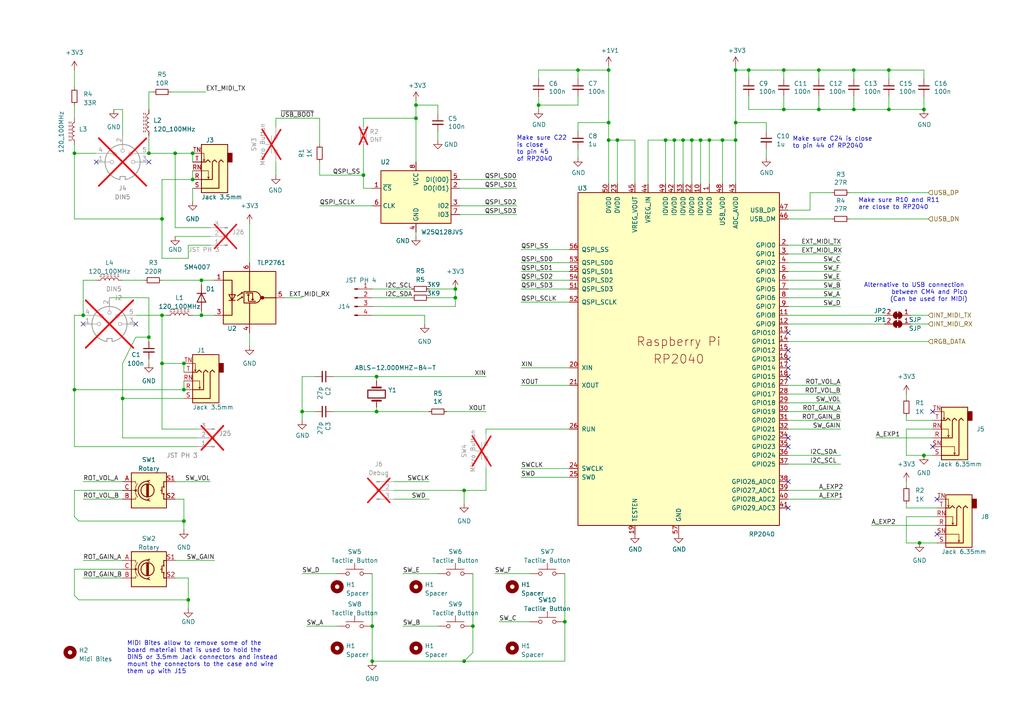
<source format=kicad_sch>
(kicad_sch (version 20230121) (generator eeschema)
  (paper "A4")
  (title_block (title "Open Pedalboard Mainboard") (date "2023-12-05") (rev "3.2.0-RC1") (company "https://github.com/pedalboard") (comment 1 "Source Code: https://github.com/pedalboard/pedalboard-hw") (comment 2 "License: CERN Open Hardware Licence Version 2 - Permissive") (comment 3 "Git commit hash: ${GIT_HASH}"))
  (junction (at 109.22 119.38))
  (junction (at 257.81 20.32))
  (junction (at 55.88 52.07))
  (junction (at 247.65 20.32))
  (junction (at 55.88 44.45))
  (junction (at 107.95 181.61))
  (junction (at 21.59 44.45))
  (junction (at 87.63 119.38))
  (junction (at 266.7 157.48))
  (junction (at 132.08 86.36))
  (junction (at 213.36 20.32))
  (junction (at 227.33 20.32))
  (junction (at 120.65 30.48))
  (junction (at 53.34 105.41))
  (junction (at 257.81 31.75))
  (junction (at 105.41 50.8))
  (junction (at 134.62 142.24))
  (junction (at 134.62 191.77))
  (junction (at 193.04 40.64))
  (junction (at 267.97 31.75))
  (junction (at 58.42 91.44))
  (junction (at 205.74 40.64))
  (junction (at 35.56 115.57))
  (junction (at 58.42 81.28))
  (junction (at 200.66 40.64))
  (junction (at 167.64 20.32))
  (junction (at 237.49 31.75))
  (junction (at 209.55 40.64))
  (junction (at 50.8 44.45))
  (junction (at 267.97 132.08))
  (junction (at 21.59 113.03))
  (junction (at 46.99 91.44))
  (junction (at 46.99 105.41))
  (junction (at 54.61 173.99))
  (junction (at 24.13 91.44))
  (junction (at 227.33 31.75))
  (junction (at 53.34 151.13))
  (junction (at 107.95 191.77))
  (junction (at 43.18 97.79))
  (junction (at 198.12 40.64))
  (junction (at 213.36 40.64))
  (junction (at 132.08 83.82))
  (junction (at 163.83 180.34))
  (junction (at 176.53 20.32))
  (junction (at 156.21 30.48))
  (junction (at 203.2 40.64))
  (junction (at 237.49 20.32))
  (junction (at 213.36 35.56))
  (junction (at 53.34 113.03))
  (junction (at 179.07 40.64))
  (junction (at 176.53 35.56))
  (junction (at 109.22 109.22))
  (junction (at 46.99 63.5))
  (junction (at 43.18 44.45))
  (junction (at 195.58 40.64))
  (junction (at 217.17 20.32))
  (junction (at 137.16 181.61))
  (junction (at 247.65 31.75))
  (junction (at 120.65 34.29))
  (junction (at 176.53 40.64))
  (no_connect (at 228.6 101.6))
  (no_connect (at 228.6 109.22))
  (no_connect (at 228.6 106.68))
  (no_connect (at 228.6 127))
  (no_connect (at 228.6 104.14))
  (no_connect (at 228.6 147.32))
  (no_connect (at 27.94 46.99))
  (no_connect (at 270.51 129.54))
  (no_connect (at 228.6 96.52))
  (no_connect (at 228.6 139.7))
  (no_connect (at 228.6 129.54))
  (no_connect (at 271.78 154.94))
  (no_connect (at 271.78 144.78))
  (no_connect (at 43.18 46.99))
  (no_connect (at 24.13 93.98))
  (no_connect (at 39.37 93.98))
  (no_connect (at 270.51 119.38))
  (wire (pts (xy 48.26 91.44) (xy 46.99 91.44)))
  (wire (pts (xy 35.56 127) (xy 35.56 115.57)))
  (wire (pts (xy 35.56 31.75) (xy 35.56 39.37)))
  (wire (pts (xy 156.21 27.94) (xy 156.21 30.48)))
  (wire (pts (xy 53.34 105.41) (xy 46.99 105.41)))
  (wire (pts (xy 257.81 31.75) (xy 267.97 31.75)))
  (wire (pts (xy 228.6 86.36) (xy 243.84 86.36)))
  (wire (pts (xy 107.95 83.82) (xy 119.38 83.82)))
  (wire (pts (xy 143.51 166.37) (xy 153.67 166.37)))
  (wire (pts (xy 53.34 144.78) (xy 53.34 151.13)))
  (wire (pts (xy 156.21 20.32) (xy 167.64 20.32)))
  (wire (pts (xy 227.33 31.75) (xy 237.49 31.75)))
  (wire (pts (xy 228.6 71.12) (xy 243.84 71.12)))
  (wire (pts (xy 114.3 139.7) (xy 124.46 139.7)))
  (wire (pts (xy 213.36 35.56) (xy 222.25 35.56)))
  (wire (pts (xy 167.64 35.56) (xy 176.53 35.56)))
  (wire (pts (xy 266.7 157.48) (xy 271.78 157.48)))
  (wire (pts (xy 105.41 54.61) (xy 107.95 54.61)))
  (wire (pts (xy 227.33 20.32) (xy 237.49 20.32)))
  (wire (pts (xy 57.15 129.54) (xy 21.59 129.54)))
  (wire (pts (xy 21.59 20.32) (xy 21.59 25.4)))
  (wire (pts (xy 105.41 41.91) (xy 105.41 50.8)))
  (wire (pts (xy 156.21 30.48) (xy 156.21 31.75)))
  (wire (pts (xy 262.89 139.7) (xy 262.89 140.97)))
  (wire (pts (xy 165.1 87.63) (xy 151.13 87.63)))
  (wire (pts (xy 120.65 67.31) (xy 120.65 68.58)))
  (wire (pts (xy 227.33 31.75) (xy 217.17 31.75)))
  (wire (pts (xy 133.35 52.07) (xy 149.86 52.07)))
  (wire (pts (xy 237.49 20.32) (xy 247.65 20.32)))
  (wire (pts (xy 46.99 124.46) (xy 46.99 105.41)))
  (wire (pts (xy 124.46 83.82) (xy 132.08 83.82)))
  (wire (pts (xy 257.81 27.94) (xy 257.81 31.75)))
  (wire (pts (xy 167.64 35.56) (xy 167.64 38.1)))
  (wire (pts (xy 228.6 132.08) (xy 243.84 132.08)))
  (wire (pts (xy 144.78 180.34) (xy 153.67 180.34)))
  (wire (pts (xy 107.95 91.44) (xy 123.19 91.44)))
  (wire (pts (xy 127 30.48) (xy 127 33.02)))
  (wire (pts (xy 137.16 181.61) (xy 137.16 189.23)))
  (wire (pts (xy 163.83 180.34) (xy 163.83 191.77)))
  (wire (pts (xy 228.6 93.98) (xy 256.54 93.98)))
  (wire (pts (xy 262.89 124.46) (xy 270.51 124.46)))
  (wire (pts (xy 228.6 88.9) (xy 243.84 88.9)))
  (wire (pts (xy 21.59 113.03) (xy 53.34 113.03)))
  (wire (pts (xy 82.55 86.36) (xy 87.63 86.36)))
  (wire (pts (xy 24.13 139.7) (xy 35.56 139.7)))
  (wire (pts (xy 167.64 20.32) (xy 167.64 22.86)))
  (wire (pts (xy 205.74 40.64) (xy 209.55 40.64)))
  (wire (pts (xy 21.59 30.48) (xy 21.59 34.29)))
  (wire (pts (xy 228.6 83.82) (xy 243.84 83.82)))
  (wire (pts (xy 55.88 91.44) (xy 58.42 91.44)))
  (wire (pts (xy 107.95 181.61) (xy 107.95 191.77)))
  (wire (pts (xy 21.59 91.44) (xy 21.59 113.03)))
  (wire (pts (xy 120.65 29.21) (xy 120.65 30.48)))
  (wire (pts (xy 58.42 81.28) (xy 58.42 82.55)))
  (wire (pts (xy 87.63 109.22) (xy 91.44 109.22)))
  (wire (pts (xy 257.81 20.32) (xy 257.81 22.86)))
  (wire (pts (xy 55.88 44.45) (xy 55.88 46.99)))
  (wire (pts (xy 184.15 53.34) (xy 184.15 40.64)))
  (wire (pts (xy 21.59 44.45) (xy 21.59 63.5)))
  (wire (pts (xy 35.56 105.41) (xy 35.56 115.57)))
  (wire (pts (xy 187.96 53.34) (xy 187.96 40.64)))
  (wire (pts (xy 262.89 121.92) (xy 270.51 121.92)))
  (wire (pts (xy 156.21 30.48) (xy 167.64 30.48)))
  (wire (pts (xy 133.35 62.23) (xy 149.86 62.23)))
  (wire (pts (xy 205.74 40.64) (xy 205.74 53.34)))
  (wire (pts (xy 209.55 53.34) (xy 209.55 40.64)))
  (wire (pts (xy 60.96 139.7) (xy 50.8 139.7)))
  (wire (pts (xy 262.89 132.08) (xy 267.97 132.08)))
  (wire (pts (xy 54.61 74.93) (xy 46.99 74.93)))
  (wire (pts (xy 179.07 40.64) (xy 176.53 40.64)))
  (wire (pts (xy 43.18 26.67) (xy 44.45 26.67)))
  (wire (pts (xy 21.59 172.72) (xy 22.86 173.99)))
  (wire (pts (xy 228.6 63.5) (xy 241.3 63.5)))
  (wire (pts (xy 262.89 147.32) (xy 271.78 147.32)))
  (wire (pts (xy 228.6 99.06) (xy 269.24 99.06)))
  (wire (pts (xy 156.21 20.32) (xy 156.21 22.86)))
  (wire (pts (xy 24.13 162.56) (xy 35.56 162.56)))
  (wire (pts (xy 21.59 63.5) (xy 46.99 63.5)))
  (wire (pts (xy 46.99 105.41) (xy 46.99 91.44)))
  (wire (pts (xy 134.62 142.24) (xy 140.97 142.24)))
  (wire (pts (xy 127 38.1) (xy 127 40.64)))
  (wire (pts (xy 60.96 71.12) (xy 54.61 71.12)))
  (wire (pts (xy 107.95 166.37) (xy 107.95 181.61)))
  (wire (pts (xy 60.96 66.04) (xy 50.8 66.04)))
  (wire (pts (xy 53.34 110.49) (xy 53.34 113.03)))
  (wire (pts (xy 217.17 20.32) (xy 227.33 20.32)))
  (wire (pts (xy 198.12 53.34) (xy 198.12 40.64)))
  (wire (pts (xy 92.71 34.29) (xy 92.71 41.91)))
  (wire (pts (xy 132.08 86.36) (xy 132.08 83.82)))
  (wire (pts (xy 134.62 191.77) (xy 163.83 191.77)))
  (wire (pts (xy 43.18 104.14) (xy 43.18 105.41)))
  (wire (pts (xy 195.58 53.34) (xy 195.58 40.64)))
  (wire (pts (xy 227.33 27.94) (xy 227.33 31.75)))
  (wire (pts (xy 203.2 40.64) (xy 205.74 40.64)))
  (wire (pts (xy 43.18 39.37) (xy 43.18 44.45)))
  (wire (pts (xy 133.35 54.61) (xy 149.86 54.61)))
  (wire (pts (xy 116.84 181.61) (xy 127 181.61)))
  (wire (pts (xy 176.53 19.05) (xy 176.53 20.32)))
  (wire (pts (xy 140.97 135.89) (xy 140.97 142.24)))
  (wire (pts (xy 49.53 26.67) (xy 59.69 26.67)))
  (wire (pts (xy 262.89 149.86) (xy 262.89 157.48)))
  (wire (pts (xy 228.6 124.46) (xy 243.84 124.46)))
  (wire (pts (xy 140.97 124.46) (xy 165.1 124.46)))
  (wire (pts (xy 247.65 20.32) (xy 257.81 20.32)))
  (wire (pts (xy 228.6 116.84) (xy 243.84 116.84)))
  (wire (pts (xy 50.8 44.45) (xy 50.8 66.04)))
  (wire (pts (xy 165.1 135.89) (xy 151.13 135.89)))
  (wire (pts (xy 57.15 127) (xy 35.56 127)))
  (wire (pts (xy 72.39 64.77) (xy 72.39 76.2)))
  (wire (pts (xy 228.6 121.92) (xy 243.84 121.92)))
  (wire (pts (xy 167.64 20.32) (xy 176.53 20.32)))
  (wire (pts (xy 80.01 34.29) (xy 92.71 34.29)))
  (wire (pts (xy 43.18 97.79) (xy 43.18 86.36)))
  (wire (pts (xy 96.52 119.38) (xy 109.22 119.38)))
  (wire (pts (xy 21.59 165.1) (xy 21.59 172.72)))
  (wire (pts (xy 21.59 165.1) (xy 35.56 165.1)))
  (wire (pts (xy 267.97 132.08) (xy 270.51 132.08)))
  (wire (pts (xy 96.52 109.22) (xy 109.22 109.22)))
  (wire (pts (xy 195.58 40.64) (xy 198.12 40.64)))
  (wire (pts (xy 129.54 119.38) (xy 140.97 119.38)))
  (wire (pts (xy 193.04 53.34) (xy 193.04 40.64)))
  (wire (pts (xy 109.22 119.38) (xy 124.46 119.38)))
  (wire (pts (xy 213.36 19.05) (xy 213.36 20.32)))
  (wire (pts (xy 267.97 20.32) (xy 267.97 22.86)))
  (wire (pts (xy 165.1 72.39) (xy 151.13 72.39)))
  (wire (pts (xy 21.59 44.45) (xy 27.94 44.45)))
  (wire (pts (xy 151.13 76.2) (xy 165.1 76.2)))
  (wire (pts (xy 167.64 27.94) (xy 167.64 30.48)))
  (wire (pts (xy 213.36 20.32) (xy 217.17 20.32)))
  (wire (pts (xy 228.6 114.3) (xy 243.84 114.3)))
  (wire (pts (xy 165.1 111.76) (xy 151.13 111.76)))
  (wire (pts (xy 257.81 20.32) (xy 267.97 20.32)))
  (wire (pts (xy 237.49 27.94) (xy 237.49 31.75)))
  (wire (pts (xy 109.22 110.49) (xy 109.22 109.22)))
  (wire (pts (xy 228.6 134.62) (xy 243.84 134.62)))
  (wire (pts (xy 228.6 81.28) (xy 243.84 81.28)))
  (wire (pts (xy 55.88 54.61) (xy 55.88 58.42)))
  (wire (pts (xy 151.13 78.74) (xy 165.1 78.74)))
  (wire (pts (xy 262.89 120.65) (xy 262.89 121.92)))
  (wire (pts (xy 217.17 27.94) (xy 217.17 31.75)))
  (wire (pts (xy 246.38 63.5) (xy 269.24 63.5)))
  (wire (pts (xy 116.84 166.37) (xy 127 166.37)))
  (wire (pts (xy 123.19 91.44) (xy 123.19 93.98)))
  (wire (pts (xy 228.6 76.2) (xy 243.84 76.2)))
  (wire (pts (xy 262.89 146.05) (xy 262.89 147.32)))
  (wire (pts (xy 21.59 142.24) (xy 35.56 142.24)))
  (wire (pts (xy 262.89 157.48) (xy 266.7 157.48)))
  (wire (pts (xy 50.8 68.58) (xy 60.96 68.58)))
  (wire (pts (xy 247.65 27.94) (xy 247.65 31.75)))
  (wire (pts (xy 24.13 167.64) (xy 35.56 167.64)))
  (wire (pts (xy 105.41 50.8) (xy 105.41 54.61)))
  (wire (pts (xy 24.13 81.28) (xy 24.13 91.44)))
  (wire (pts (xy 133.35 59.69) (xy 149.86 59.69)))
  (wire (pts (xy 105.41 34.29) (xy 120.65 34.29)))
  (wire (pts (xy 252.73 152.4) (xy 271.78 152.4)))
  (wire (pts (xy 120.65 30.48) (xy 120.65 34.29)))
  (wire (pts (xy 193.04 40.64) (xy 195.58 40.64)))
  (wire (pts (xy 55.88 49.53) (xy 55.88 52.07)))
  (wire (pts (xy 87.63 166.37) (xy 97.79 166.37)))
  (wire (pts (xy 21.59 142.24) (xy 21.59 149.86)))
  (wire (pts (xy 176.53 35.56) (xy 176.53 40.64)))
  (wire (pts (xy 114.3 144.78) (xy 124.46 144.78)))
  (wire (pts (xy 176.53 40.64) (xy 176.53 53.34)))
  (wire (pts (xy 109.22 109.22) (xy 140.97 109.22)))
  (wire (pts (xy 269.24 93.98) (xy 264.16 93.98)))
  (wire (pts (xy 46.99 74.93) (xy 46.99 63.5)))
  (wire (pts (xy 107.95 191.77) (xy 134.62 191.77)))
  (wire (pts (xy 54.61 167.64) (xy 54.61 173.99)))
  (wire (pts (xy 109.22 118.11) (xy 109.22 119.38)))
  (wire (pts (xy 105.41 34.29) (xy 105.41 36.83)))
  (wire (pts (xy 80.01 46.99) (xy 80.01 50.8)))
  (wire (pts (xy 234.95 55.88) (xy 241.3 55.88)))
  (wire (pts (xy 237.49 20.32) (xy 237.49 22.86)))
  (wire (pts (xy 228.6 60.96) (xy 234.95 60.96)))
  (wire (pts (xy 21.59 149.86) (xy 22.86 151.13)))
  (wire (pts (xy 53.34 153.67) (xy 53.34 151.13)))
  (wire (pts (xy 228.6 144.78) (xy 243.84 144.78)))
  (wire (pts (xy 167.64 43.18) (xy 167.64 45.72)))
  (wire (pts (xy 87.63 119.38) (xy 87.63 121.92)))
  (wire (pts (xy 54.61 71.12) (xy 54.61 74.93)))
  (wire (pts (xy 127 30.48) (xy 120.65 30.48)))
  (wire (pts (xy 21.59 41.91) (xy 21.59 44.45)))
  (wire (pts (xy 35.56 115.57) (xy 53.34 115.57)))
  (wire (pts (xy 57.15 124.46) (xy 46.99 124.46)))
  (wire (pts (xy 24.13 91.44) (xy 21.59 91.44)))
  (wire (pts (xy 46.99 63.5) (xy 46.99 52.07)))
  (wire (pts (xy 72.39 96.52) (xy 72.39 100.33)))
  (wire (pts (xy 228.6 73.66) (xy 243.84 73.66)))
  (wire (pts (xy 43.18 44.45) (xy 50.8 44.45)))
  (wire (pts (xy 267.97 27.94) (xy 267.97 31.75)))
  (wire (pts (xy 43.18 26.67) (xy 43.18 31.75)))
  (wire (pts (xy 62.23 162.56) (xy 50.8 162.56)))
  (wire (pts (xy 43.18 97.79) (xy 43.18 99.06)))
  (wire (pts (xy 228.6 78.74) (xy 243.84 78.74)))
  (wire (pts (xy 222.25 43.18) (xy 222.25 45.72)))
  (wire (pts (xy 43.18 86.36) (xy 31.75 86.36)))
  (wire (pts (xy 21.59 113.03) (xy 21.59 129.54)))
  (wire (pts (xy 217.17 20.32) (xy 217.17 22.86)))
  (wire (pts (xy 137.16 166.37) (xy 137.16 181.61)))
  (wire (pts (xy 58.42 90.17) (xy 58.42 91.44)))
  (wire (pts (xy 264.16 91.44) (xy 269.24 91.44)))
  (wire (pts (xy 54.61 176.53) (xy 54.61 173.99)))
  (wire (pts (xy 187.96 40.64) (xy 193.04 40.64)))
  (wire (pts (xy 213.36 35.56) (xy 213.36 40.64)))
  (wire (pts (xy 35.56 81.28) (xy 41.91 81.28)))
  (wire (pts (xy 254 127) (xy 270.51 127)))
  (wire (pts (xy 151.13 83.82) (xy 165.1 83.82)))
  (wire (pts (xy 262.89 132.08) (xy 262.89 124.46)))
  (wire (pts (xy 137.16 189.23) (xy 134.62 191.77)))
  (wire (pts (xy 46.99 52.07) (xy 55.88 52.07)))
  (wire (pts (xy 22.86 173.99) (xy 54.61 173.99)))
  (wire (pts (xy 234.95 55.88) (xy 234.95 60.96)))
  (wire (pts (xy 134.62 146.05) (xy 134.62 142.24)))
  (wire (pts (xy 262.89 149.86) (xy 271.78 149.86)))
  (wire (pts (xy 213.36 20.32) (xy 213.36 35.56)))
  (wire (pts (xy 24.13 144.78) (xy 35.56 144.78)))
  (wire (pts (xy 132.08 88.9) (xy 107.95 88.9)))
  (wire (pts (xy 114.3 142.24) (xy 134.62 142.24)))
  (wire (pts (xy 22.86 151.13) (xy 53.34 151.13)))
  (wire (pts (xy 179.07 53.34) (xy 179.07 40.64)))
  (wire (pts (xy 107.95 86.36) (xy 119.38 86.36)))
  (wire (pts (xy 132.08 86.36) (xy 132.08 88.9)))
  (wire (pts (xy 92.71 50.8) (xy 105.41 50.8)))
  (wire (pts (xy 184.15 40.64) (xy 179.07 40.64)))
  (wire (pts (xy 50.8 167.64) (xy 54.61 167.64)))
  (wire (pts (xy 92.71 50.8) (xy 92.71 46.99)))
  (wire (pts (xy 39.37 91.44) (xy 46.99 91.44)))
  (wire (pts (xy 87.63 119.38) (xy 91.44 119.38)))
  (wire (pts (xy 35.56 105.41) (xy 39.37 97.79)))
  (wire (pts (xy 53.34 105.41) (xy 53.34 107.95)))
  (wire (pts (xy 80.01 36.83) (xy 80.01 34.29)))
  (wire (pts (xy 35.56 31.75) (xy 33.02 31.75)))
  (wire (pts (xy 140.97 124.46) (xy 140.97 125.73)))
  (wire (pts (xy 151.13 81.28) (xy 165.1 81.28)))
  (wire (pts (xy 246.38 55.88) (xy 269.24 55.88)))
  (wire (pts (xy 228.6 91.44) (xy 256.54 91.44)))
  (wire (pts (xy 200.66 53.34) (xy 200.66 40.64)))
  (wire (pts (xy 88.9 181.61) (xy 97.79 181.61)))
  (wire (pts (xy 39.37 97.79) (xy 43.18 97.79)))
  (wire (pts (xy 120.65 34.29) (xy 120.65 46.99)))
  (wire (pts (xy 228.6 119.38) (xy 243.84 119.38)))
  (wire (pts (xy 237.49 31.75) (xy 247.65 31.75)))
  (wire (pts (xy 58.42 81.28) (xy 62.23 81.28)))
  (wire (pts (xy 151.13 106.68) (xy 165.1 106.68)))
  (wire (pts (xy 200.66 40.64) (xy 203.2 40.64)))
  (wire (pts (xy 203.2 53.34) (xy 203.2 40.64)))
  (wire (pts (xy 165.1 138.43) (xy 151.13 138.43)))
  (wire (pts (xy 176.53 20.32) (xy 176.53 35.56)))
  (wire (pts (xy 92.71 59.69) (xy 107.95 59.69)))
  (wire (pts (xy 222.25 35.56) (xy 222.25 38.1)))
  (wire (pts (xy 213.36 40.64) (xy 213.36 53.34)))
  (wire (pts (xy 124.46 86.36) (xy 132.08 86.36)))
  (wire (pts (xy 87.63 109.22) (xy 87.63 119.38)))
  (wire (pts (xy 46.99 81.28) (xy 58.42 81.28)))
  (wire (pts (xy 50.8 144.78) (xy 53.34 144.78)))
  (wire (pts (xy 247.65 31.75) (xy 257.81 31.75)))
  (wire (pts (xy 247.65 20.32) (xy 247.65 22.86)))
  (wire (pts (xy 209.55 40.64) (xy 213.36 40.64)))
  (wire (pts (xy 228.6 111.76) (xy 243.84 111.76)))
  (wire (pts (xy 50.8 44.45) (xy 55.88 44.45)))
  (wire (pts (xy 227.33 20.32) (xy 227.33 22.86)))
  (wire (pts (xy 228.6 142.24) (xy 243.84 142.24)))
  (wire (pts (xy 262.89 114.3) (xy 262.89 115.57)))
  (wire (pts (xy 163.83 166.37) (xy 163.83 180.34)))
  (wire (pts (xy 58.42 91.44) (xy 62.23 91.44)))
  (wire (pts (xy 198.12 40.64) (xy 200.66 40.64)))
  (wire (pts (xy 24.13 81.28) (xy 27.94 81.28)))
  (text "Make sure C24 is close \nto pin 44 of RP2040" (at 229.87 43.18 0) (effects (font (size 1.27 1.27)) (justify left bottom)))
  (text "Alternative to USB connection \nbetween CM4 and Pico\n(Can be used for MIDI)" (at 280.67 87.63 0) (effects (font (size 1.27 1.27)) (justify right bottom)))
  (text "Make sure C22 \nis close \nto pin 45 \nof RP2040" (at 149.86 46.99 0) (effects (font (size 1.27 1.27)) (justify left bottom)))
  (text "Make sure R10 and R11\nare close to RP2040" (at 248.92 60.96 0) (effects (font (size 1.27 1.27)) (justify left bottom)))
  (text "MIDI Bites allow to remove some of the \nboard material that is used to hold the\nDIN5 or 3.5mm Jack connectors and instead\nmount the connectors to the case and wire \nthem up with J15 " (at 36.83 195.58 0) (effects (font (size 1.27 1.27)) (justify left bottom)))
  (label "A_EXP2" (at 252.73 152.4 0))
  (label "I2C_SDA" (at 234.95 132.08 0))
  (label "EXT_MIDI_RX" (at 83.82 86.36 0))
  (label "SW_VOL" (at 243.84 116.84 180))
  (label "QSPI_SCLK" (at 92.71 59.69 0))
  (label "ROT_GAIN_A" (at 24.13 162.56 0))
  (label "SW_B" (at 116.84 181.61 0))
  (label "~{USB_BOOT}" (at 81.28 34.29 0))
  (label "SW_GAIN" (at 243.84 124.46 180))
  (label "SW_GAIN" (at 62.23 162.56 180))
  (label "I2C_SCL" (at 111.76 83.82 0))
  (label "ROT_VOL_A" (at 243.84 111.76 180))
  (label "SWCLK" (at 118.11 139.7 0))
  (label "ROT_VOL_B" (at 243.84 114.3 180))
  (label "QSPI_SS" (at 96.52 50.8 0))
  (label "A_EXP1" (at 237.49 144.78 0))
  (label "SW_F" (at 238.76 78.74 0))
  (label "SWD" (at 119.38 144.78 0))
  (label "SW_B" (at 238.76 83.82 0))
  (label "A_EXP2" (at 237.49 142.24 0))
  (label "SW_C" (at 238.76 76.2 0))
  (label "QSPI_SD2" (at 151.13 81.28 0))
  (label "ROT_VOL_A" (at 24.13 139.7 0))
  (label "ROT_GAIN_B" (at 24.13 167.64 0))
  (label "SW_E" (at 116.84 166.37 0))
  (label "QSPI_SD3" (at 151.13 83.82 0))
  (label "QSPI_SD1" (at 151.13 78.74 0))
  (label "SW_D" (at 87.63 166.37 0))
  (label "EXT_MIDI_TX" (at 59.69 26.67 0))
  (label "ROT_GAIN_B" (at 243.84 121.92 180))
  (label "QSPI_SS" (at 151.13 72.39 0))
  (label "QSPI_SD1" (at 149.86 54.61 180))
  (label "QSPI_SD0" (at 149.86 52.07 180))
  (label "SWCLK" (at 151.13 135.89 0))
  (label "SW_VOL" (at 60.96 139.7 180))
  (label "EXT_MIDI_TX" (at 232.41 71.12 0))
  (label "SW_A" (at 88.9 181.61 0))
  (label "EXT_MIDI_RX" (at 232.41 73.66 0))
  (label "SW_D" (at 238.76 88.9 0))
  (label "SWD" (at 151.13 138.43 0))
  (label "XIN" (at 140.97 109.22 180))
  (label "QSPI_SCLK" (at 151.13 87.63 0))
  (label "SW_F" (at 143.51 166.37 0))
  (label "ROT_VOL_B" (at 24.13 144.78 0))
  (label "QSPI_SD2" (at 149.86 59.69 180))
  (label "I2C_SDA" (at 111.76 86.36 0))
  (label "XOUT" (at 151.13 111.76 0))
  (label "ROT_GAIN_A" (at 243.84 119.38 180))
  (label "XIN" (at 151.13 106.68 0))
  (label "A_EXP1" (at 254 127 0))
  (label "SW_E" (at 238.76 81.28 0))
  (label "XOUT" (at 140.97 119.38 180))
  (label "I2C_SCL" (at 234.95 134.62 0))
  (label "QSPI_SD0" (at 151.13 76.2 0))
  (label "SW_A" (at 238.76 86.36 0))
  (label "SW_C" (at 144.78 180.34 0))
  (label "QSPI_SD3" (at 149.86 62.23 180))
  (hierarchical_label "INT_MIDI_RX" (shape input) (at 269.24 93.98 0))
  (hierarchical_label "INT_MIDI_TX" (shape input) (at 269.24 91.44 0))
  (hierarchical_label "USB_DN" (shape input) (at 269.24 63.5 0))
  (hierarchical_label "USB_DP" (shape input) (at 269.24 55.88 0))
  (hierarchical_label "RGB_DATA" (shape input) (at 269.24 99.06 0))
  (symbol (lib_id "Mechanical:MountingHole") (at 20.32 189.23 0) (unit 1) (in_bom no)
    (property "Reference" "H2" (at 22.86 188.595 0) (effects (justify left)))
    (property "Value" "Midi Bites" (at 22.86 191.135 0) (effects (justify left)))
    (property "Footprint" "Pedalboard Library:MIDI bites" (effects hide))
    (property "Sim.Enable" "0" (effects hide))
  )
  (symbol (lib_id "power:GND") (at 222.25 45.72 0) (unit 1)
    (property "Reference" "#PWR018" (effects hide))
    (property "Value" "GND" (at 222.377 50.1142 0))
    (instances (project "RP2040_minimal" (path "" (reference "#PWR018") (unit 1))) (project "pedalboard-hw" (path "" (reference "#PWR054") (unit 1))))
  )
  (symbol (lib_id "Connector_Audio:NMJ6HCD2") (at 276.86 152.4 180) (unit 1)
    (property "Reference" "J8" (at 284.48 149.86 0) (effects (justify right)))
    (property "Value" "Jack 6.35mm" (at 273.05 160.02 0) (effects (justify right)))
    (property "Footprint" "Pedalboard Library:Jack_6.35mm_Horizontal" (effects hide))
    (property "Datasheet" "https://www.schurter.com/en/datasheet/typ_4833.2320.pdf" (effects hide))
    (property "Supplier" "https://www.digikey.ch/de/products/detail/schurter-inc/4833-2320/2644235" (effects hide))
    (property "Notes" "EXP2" (effects hide))
  )
  (symbol (lib_id "Device:C_Small") (at 167.64 25.4 0) (unit 1)
    (property "Reference" "C7" (at 170.561 24.2316 0) (effects (justify left)))
    (property "Value" "100n" (at 170.561 26.543 0) (effects (justify left)))
    (property "Footprint" "Capacitor_SMD:C_0805_2012Metric" (effects hide))
    (property "Datasheet" "https://www.samsungsem.com/resources/file/global/support/product_catalog/MLCC.pdf" (effects hide))
    (property "Digikey" "1276-1180-1-ND" (effects hide))
    (property "Mouser" "581-08055C104K" (effects hide))
    (property "Notes" "10% 16V Ceramic Capacitor X7R" (effects hide))
    (property "Supplier" "https://www.digikey.ch/de/products/detail/samsung-electro-mechanics/CL21B104KBCNNNC/3886661" (effects hide))
    (instances (project "RP2040_minimal" (path "" (reference "C7") (unit 1))) (project "pedalboard-hw" (path "" (reference "C16") (unit 1))))
  )
  (symbol (lib_id "power:+3V3") (at 213.36 19.05 0) (unit 1)
    (property "Reference" "#PWR017" (effects hide))
    (property "Value" "+3V3" (at 213.741 14.6558 0))
    (instances (project "RP2040_minimal" (path "" (reference "#PWR017") (unit 1))) (project "pedalboard-hw" (path "" (reference "#PWR053") (unit 1))))
  )
  (symbol (lib_id "power:+3V3") (at 132.08 83.82 0) (unit 1)
    (property "Reference" "#PWR041" (effects hide))
    (property "Value" "+3V3" (at 132.08 78.74 0))
  )
  (symbol (lib_id "Device:C_Small") (at 217.17 25.4 0) (unit 1)
    (property "Reference" "C9" (at 220.091 24.2316 0) (effects (justify left)))
    (property "Value" "100n" (at 220.091 26.543 0) (effects (justify left)))
    (property "Footprint" "Capacitor_SMD:C_0805_2012Metric" (effects hide))
    (property "Datasheet" "https://www.samsungsem.com/resources/file/global/support/product_catalog/MLCC.pdf" (effects hide))
    (property "Digikey" "1276-1180-1-ND" (effects hide))
    (property "Mouser" "581-08055C104K" (effects hide))
    (property "Notes" "10% 16V Ceramic Capacitor X7R" (effects hide))
    (property "Supplier" "https://www.digikey.ch/de/products/detail/samsung-electro-mechanics/CL21B104KBCNNNC/3886661" (effects hide))
    (instances (project "RP2040_minimal" (path "" (reference "C9") (unit 1))) (project "pedalboard-hw" (path "" (reference "C19") (unit 1))))
  )
  (symbol (lib_id "Device:Crystal") (at 109.22 114.3 270) (unit 1)
    (property "Reference" "Y1" (at 112.5474 113.1316 90) (effects (justify left)))
    (property "Value" "ABLS-12.000MHZ-B4-T" (at 102.87 106.68 90) (effects (justify left)))
    (property "Footprint" "Pedalboard Library:Crystal_SMD_HC49-US" (effects hide))
    (property "Datasheet" "https://abracon.com/Resonators/ABLS.pdf" (effects hide))
    (property "Supplier" "https://www.digikey.ch/de/products/detail/abracon-llc/ABLS-12-000MHZ-B4-T/2184161" (effects hide))
  )
  (symbol (lib_id "Mechanical:MountingHole") (at 120.65 187.96 0) (unit 1)
    (property "Reference" "H1" (at 123.19 187.325 0) (effects (justify left)))
    (property "Value" "Spacer" (at 123.19 189.865 0) (effects (justify left)))
    (property "Footprint" "Pedalboard Library:WA-SMSI_M2.5" (effects hide))
    (property "Datasheet" "https://www.we-online.com/components/products/datasheet/9774027151R.pdf" (effects hide))
    (property "Supplier" "https://www.digikey.ch/de/products/detail/w%C3%BCrth-elektronik/9774027151R/5320625" (effects hide))
    (property "Notes" "MIDI In" (effects hide))
    (property "Sim.Enable" "0" (effects hide))
    (instances (project "pedalboard-hw" (path "" (reference "H1") (unit 1)) (path "" (reference "H12") (unit 1))))
  )
  (symbol (lib_id "Device:R_Small") (at 121.92 86.36 270) (unit 1)
    (property "Reference" "R5" (at 121.92 81.1022 90))
    (property "Value" "3K9" (at 125.73 85.09 90))
    (property "Footprint" "Resistor_SMD:R_0805_2012Metric" (effects hide))
    (property "Datasheet" "https://www.seielect.com/catalog/sei-rncp.pdf" (effects hide))
    (property "Supplier" "https://www.digikey.ch/de/products/detail/stackpole-electronics-inc/RMCF0805FT3K90/1760599" (effects hide))
    (instances (project "RP2040_minimal" (path "" (reference "R5") (unit 1))) (project "pedalboard-hw" (path "" (reference "R19") (unit 1))))
  )
  (symbol (lib_id "power:GND") (at 72.39 100.33 0) (unit 1)
    (property "Reference" "#PWR010" (effects hide))
    (property "Value" "GND" (at 72.39 105.41 0))
  )
  (symbol (lib_id "Device:L_Ferrite") (at 52.07 91.44 90) (unit 1)
    (property "Reference" "L1" (at 52.07 86.36 90))
    (property "Value" "120_100MHz" (at 52.07 88.9 90))
    (property "Footprint" "Inductor_SMD:L_0603_1608Metric" (effects hide))
    (property "Datasheet" "https://www.murata.com/products/productdata/8796738650142/ENFA0003.pdf" (effects hide))
    (property "Supplier" "https://www.digikey.ch/de/products/detail/murata-electronics/BLM18KG121TN1D/1982762" (effects hide))
  )
  (symbol (lib_id "power:+1V1") (at 176.53 19.05 0) (unit 1)
    (property "Reference" "#PWR014" (effects hide))
    (property "Value" "+1V1" (at 176.911 14.6558 0))
    (instances (project "RP2040_minimal" (path "" (reference "#PWR014") (unit 1))) (project "pedalboard-hw" (path "" (reference "#PWR050") (unit 1))))
  )
  (symbol (lib_id "power:GND") (at 267.97 31.75 0) (unit 1)
    (property "Reference" "#PWR023" (effects hide))
    (property "Value" "GND" (at 268.097 36.1442 0))
    (instances (project "RP2040_minimal" (path "" (reference "#PWR023") (unit 1))) (project "pedalboard-hw" (path "" (reference "#PWR055") (unit 1))))
  )
  (symbol (lib_id "power:+3V3") (at 262.89 139.7 0) (unit 1)
    (property "Reference" "#PWR09" (effects hide))
    (property "Value" "+3V3" (at 262.89 134.62 0))
  )
  (symbol (lib_id "power:GND") (at 127 40.64 0) (unit 1)
    (property "Reference" "#PWR011" (effects hide))
    (property "Value" "GND" (at 130.81 41.91 0))
    (instances (project "RP2040_minimal" (path "" (reference "#PWR011") (unit 1))) (project "pedalboard-hw" (path "" (reference "#PWR057") (unit 1))))
  )
  (symbol (lib_id "power:+3V3") (at 262.89 114.3 0) (unit 1)
    (property "Reference" "#PWR016" (effects hide))
    (property "Value" "+3V3" (at 262.89 109.22 0))
  )
  (symbol (lib_id "Switch:SW_Omron_B3FS") (at 102.87 181.61 0) (unit 1)
    (property "Reference" "SW8" (at 102.87 175.26 0))
    (property "Value" "Tactile Button" (at 102.87 177.8 0))
    (property "Footprint" "Pedalboard Library:SW_PUSH-12mm_Wuerth" (effects hide))
    (property "Datasheet" "https://www.we-online.com/components/products/datasheet/430172043816.pdf" (effects hide))
    (property "Supplier" "https://www.digikey.ch/de/products/detail/w%C3%BCrth-elektronik/430162043826/9950802" (effects hide))
    (property "Notes" "A" (effects hide))
  )
  (symbol (lib_id "power:GND") (at 33.02 31.75 0) (unit 1)
    (property "Reference" "#PWR012" (effects hide))
    (property "Value" "GND" (at 33.02 36.83 0))
  )
  (symbol (lib_id "Mechanical:MountingHole") (at 120.65 170.18 0) (unit 1)
    (property "Reference" "H1" (at 123.19 169.545 0) (effects (justify left)))
    (property "Value" "Spacer" (at 123.19 172.085 0) (effects (justify left)))
    (property "Footprint" "Pedalboard Library:WA-SMSI_M2.5" (effects hide))
    (property "Datasheet" "https://www.we-online.com/components/products/datasheet/9774027151R.pdf" (effects hide))
    (property "Supplier" "https://www.digikey.ch/de/products/detail/w%C3%BCrth-elektronik/9774027151R/5320625" (effects hide))
    (property "Notes" "MIDI In" (effects hide))
    (property "Sim.Enable" "0" (effects hide))
    (instances (project "pedalboard-hw" (path "" (reference "H1") (unit 1)) (path "" (reference "H9") (unit 1))))
  )
  (symbol (lib_id "Device:R_Small") (at 262.89 143.51 0) (unit 1)
    (property "Reference" "R2" (at 265.43 142.24 0) (effects (justify left)))
    (property "Value" "1K" (at 265.43 144.78 0) (effects (justify left)))
    (property "Footprint" "Resistor_SMD:R_0805_2012Metric" (effects hide))
    (property "Datasheet" "https://www.seielect.com/catalog/sei-rncp.pdf" (effects hide))
    (property "Supplier" "https://www.digikey.ch/de/products/detail/stackpole-electronics-inc/RNCP0805FTD1K00/2240229" (effects hide))
  )
  (symbol (lib_id "power:GND") (at 266.7 157.48 0) (unit 1)
    (property "Reference" "#PWR018" (effects hide))
    (property "Value" "GND" (at 266.7 162.56 0))
  )
  (symbol (lib_id "Switch:SW_Omron_B3FS") (at 132.08 181.61 0) (unit 1)
    (property "Reference" "SW9" (at 132.08 175.26 0))
    (property "Value" "Tactile Button" (at 132.08 177.8 0))
    (property "Footprint" "Pedalboard Library:SW_PUSH-12mm_Wuerth" (effects hide))
    (property "Datasheet" "https://www.we-online.com/components/products/datasheet/430172043816.pdf" (effects hide))
    (property "Supplier" "https://www.digikey.ch/de/products/detail/w%C3%BCrth-elektronik/430162043826/9950802" (effects hide))
    (property "Notes" "B" (effects hide))
  )
  (symbol (lib_id "Connector:Conn_01x03_Pin") (at 66.04 68.58 180) (unit 1) (dnp yes)
    (property "Reference" "J26" (at 67.31 67.31 0) (effects (justify right)))
    (property "Value" "JST PH 3" (at 54.61 72.39 0) (effects (justify right)))
    (property "Footprint" "Connector_JST:JST_PH_B3B-PH-K_1x03_P2.00mm_Vertical" (effects hide))
    (property "Datasheet" "https://www.jst-mfg.com/product/pdf/eng/ePH.pdf" (effects hide))
    (property "Supplier" "https://www.digikey.com/en/products/detail/jst-sales-america-inc/B3B-PH-K-S/926612" (effects hide))
  )
  (symbol (lib_id "Device:C_Small") (at 93.98 109.22 270) (unit 1)
    (property "Reference" "C2" (at 95.1484 112.141 0) (effects (justify left)))
    (property "Value" "27p" (at 92.837 112.141 0) (effects (justify left)))
    (property "Footprint" "Capacitor_SMD:C_0805_2012Metric" (effects hide))
    (property "Datasheet" "https://www.samsungsem.com/resources/file/global/support/product_catalog/MLCC.pdf" (effects hide))
    (property "Notes" "50V/5%" (effects hide))
    (property "Supplier" "https://www.digikey.ch/de/products/detail/samsung-electro-mechanics/CL21C270JCANNNC/3888280" (effects hide))
    (instances (project "RP2040_minimal" (path "" (reference "C2") (unit 1))) (project "pedalboard-hw" (path "" (reference "C22") (unit 1))))
  )
  (symbol (lib_id "Connector_Audio:AudioJack3_SwitchTR") (at 58.42 113.03 180) (unit 1)
    (property "Reference" "J1" (at 57.15 101.6 0) (effects (justify right)))
    (property "Value" "Jack 3.5mm" (at 55.88 118.11 0) (effects (justify right)))
    (property "Footprint" "Pedalboard Library:Jack_3.5mm_CUI_SJ1-3525N_Horizontal" (effects hide))
    (property "Datasheet" "https://www.cuidevices.com/product/resource/sj1-352xng.pdf" (effects hide))
    (property "Supplier" "https://www.digikey.ch/de/products/detail/cui-devices/SJ1-3525NG/738690" (effects hide))
    (property "Notes" "MIDI Out" (effects hide))
  )
  (symbol (lib_id "Switch:SW_Omron_B3FS") (at 102.87 166.37 0) (unit 1)
    (property "Reference" "SW5" (at 102.87 160.02 0))
    (property "Value" "Tactile Button" (at 102.87 162.56 0))
    (property "Footprint" "Pedalboard Library:SW_PUSH-12mm_Wuerth" (effects hide))
    (property "Datasheet" "https://www.we-online.com/components/products/datasheet/430172043816.pdf" (effects hide))
    (property "Supplier" "https://www.digikey.ch/de/products/detail/w%C3%BCrth-elektronik/430162043826/9950802" (effects hide))
    (property "Notes" "D" (effects hide))
  )
  (symbol (lib_id "Device:C_Small") (at 267.97 25.4 0) (unit 1)
    (property "Reference" "C16" (at 270.891 24.2316 0) (effects (justify left)))
    (property "Value" "100n" (at 270.891 26.543 0) (effects (justify left)))
    (property "Footprint" "Capacitor_SMD:C_0805_2012Metric" (effects hide))
    (property "Datasheet" "https://www.samsungsem.com/resources/file/global/support/product_catalog/MLCC.pdf" (effects hide))
    (property "Digikey" "1276-1180-1-ND" (effects hide))
    (property "Mouser" "581-08055C104K" (effects hide))
    (property "Notes" "10% 16V Ceramic Capacitor X7R" (effects hide))
    (property "Supplier" "https://www.digikey.ch/de/products/detail/samsung-electro-mechanics/CL21B104KBCNNNC/3886661" (effects hide))
    (instances (project "RP2040_minimal" (path "" (reference "C16") (unit 1))) (project "pedalboard-hw" (path "" (reference "C23") (unit 1))))
  )
  (symbol (lib_id "Device:C_Small") (at 43.18 101.6 0) (unit 1)
    (property "Reference" "C1" (at 38.1 102.87 0) (effects (justify left)))
    (property "Value" "100n" (at 36.83 105.41 0) (effects (justify left)))
    (property "Footprint" "Capacitor_SMD:C_0805_2012Metric" (effects hide))
    (property "Datasheet" "https://www.samsungsem.com/resources/file/global/support/product_catalog/MLCC.pdf" (effects hide))
    (property "Supplier" "https://www.digikey.ch/de/products/detail/samsung-electro-mechanics/CL21B104KBCNNNC/3886661" (effects hide))
    (property "Digikey" "1276-1180-1-ND" (effects hide))
    (property "Mouser" "581-08055C104K" (effects hide))
    (property "Notes" "10% 16V Ceramic Capacitor X7R" (effects hide))
  )
  (symbol (lib_id "power:GND") (at 134.62 146.05 0) (unit 1)
    (property "Reference" "#PWR058" (effects hide))
    (property "Value" "GND" (at 134.62 151.13 0))
  )
  (symbol (lib_id "power:GND") (at 184.15 154.94 0) (unit 1)
    (property "Reference" "#PWR015" (effects hide))
    (property "Value" "GND" (at 184.277 159.3342 0))
    (instances (project "RP2040_minimal" (path "" (reference "#PWR015") (unit 1))) (project "pedalboard-hw" (path "" (reference "#PWR051") (unit 1))))
  )
  (symbol (lib_id "Device:R_Small") (at 21.59 27.94 0) (unit 1)
    (property "Reference" "R4" (at 24.13 27.305 0) (effects (justify left)))
    (property "Value" "33R" (at 24.13 29.845 0) (effects (justify left)))
    (property "Footprint" "Resistor_SMD:R_0805_2012Metric" (effects hide))
    (property "Datasheet" "https://www.seielect.com/catalog/sei-rmcf_rmcp.pdf" (effects hide))
    (property "Supplier" "https://www.digikey.ch/de/products/detail/stackpole-electronics-inc/RMCF0805FT33R0/1760586" (effects hide))
  )
  (symbol (lib_id "Switch:SW_Omron_B3FS") (at 140.97 130.81 90) (unit 1) (dnp yes)
    (property "Reference" "SW4" (at 134.62 130.81 0))
    (property "Value" "Micro Button" (at 137.16 130.81 0))
    (property "Footprint" "Button_Switch_SMD:SW_SPST_B3U-1000P" (effects hide))
    (property "Datasheet" "https://omronfs.omron.com/en_US/ecb/products/pdf/en-b3u.pdf" (effects hide))
    (property "Supplier" "https://www.digikey.ch/en/products/detail/omron-electronics-inc-emc-div/B3U-1000P/1534338" (effects hide))
    (property "Notes" "Reset" (effects hide))
  )
  (symbol (lib_id "power:+3V3") (at 120.65 29.21 0) (unit 1)
    (property "Reference" "#PWR07" (effects hide))
    (property "Value" "+3V3" (at 121.031 24.8158 0))
    (instances (project "RP2040_minimal" (path "" (reference "#PWR07") (unit 1))) (project "pedalboard-hw" (path "" (reference "#PWR021") (unit 1))))
  )
  (symbol (lib_id "Diode:1N4148") (at 58.42 86.36 270) (unit 1)
    (property "Reference" "D1" (at 59.69 83.82 90) (effects (justify left)))
    (property "Value" "SM4007" (at 53.34 77.47 90) (effects (justify left)))
    (property "Footprint" "Diode_SMD:D_SOD-123F" (effects hide))
    (property "Datasheet" "https://www.mccsemi.com/pdf/Products/SM4001PL-SM4007PL(SOD-123FL).PDF" (effects hide))
    (property "Supplier" "https://www.digikey.ch/de/products/detail/micro-commercial-co/SM4007PL-TP/1793250" (effects hide))
  )
  (symbol (lib_id "power:GND") (at 123.19 93.98 0) (unit 1)
    (property "Reference" "#PWR040" (effects hide))
    (property "Value" "GND" (at 123.19 99.06 0))
  )
  (symbol (lib_id "Device:C_Small") (at 237.49 25.4 0) (unit 1)
    (property "Reference" "C12" (at 240.411 24.2316 0) (effects (justify left)))
    (property "Value" "100n" (at 240.411 26.543 0) (effects (justify left)))
    (property "Footprint" "Capacitor_SMD:C_0805_2012Metric" (effects hide))
    (property "Datasheet" "https://www.samsungsem.com/resources/file/global/support/product_catalog/MLCC.pdf" (effects hide))
    (property "Digikey" "1276-1180-1-ND" (effects hide))
    (property "Mouser" "581-08055C104K" (effects hide))
    (property "Notes" "10% 16V Ceramic Capacitor X7R" (effects hide))
    (property "Supplier" "https://www.digikey.ch/de/products/detail/samsung-electro-mechanics/CL21B104KBCNNNC/3886661" (effects hide))
    (instances (project "RP2040_minimal" (path "" (reference "C12") (unit 1))) (project "pedalboard-hw" (path "" (reference "C20") (unit 1))))
  )
  (symbol (lib_id "power:GND") (at 156.21 31.75 0) (unit 1)
    (property "Reference" "#PWR012" (effects hide))
    (property "Value" "GND" (at 156.337 36.1442 0))
    (instances (project "RP2040_minimal" (path "" (reference "#PWR012") (unit 1))) (project "pedalboard-hw" (path "" (reference "#PWR08") (unit 1))))
  )
  (symbol (lib_id "power:GND") (at 267.97 132.08 0) (unit 1)
    (property "Reference" "#PWR017" (effects hide))
    (property "Value" "GND" (at 267.97 137.16 0))
  )
  (symbol (lib_id "Device:C_Small") (at 167.64 40.64 0) (unit 1)
    (property "Reference" "C8" (at 170.561 39.4716 0) (effects (justify left)))
    (property "Value" "1u" (at 170.561 41.783 0) (effects (justify left)))
    (property "Footprint" "Capacitor_SMD:C_0805_2012Metric" (effects hide))
    (property "Datasheet" "https://www.samsungsem.com/resources/file/global/support/product_catalog/MLCC.pdf" (effects hide))
    (property "Notes" "25V/10%" (effects hide))
    (property "Supplier" "https://www.digikey.ch/de/products/detail/samsung-electro-mechanics/CL21B105KAFNNNE/3886724" (effects hide))
    (instances (project "RP2040_minimal" (path "" (reference "C8") (unit 1))) (project "pedalboard-hw" (path "" (reference "C12") (unit 1))))
  )
  (symbol (lib_id "Device:C_Small") (at 156.21 25.4 0) (unit 1)
    (property "Reference" "C6" (at 159.131 24.2316 0) (effects (justify left)))
    (property "Value" "100n" (at 159.131 26.543 0) (effects (justify left)))
    (property "Footprint" "Capacitor_SMD:C_0805_2012Metric" (effects hide))
    (property "Datasheet" "https://www.samsungsem.com/resources/file/global/support/product_catalog/MLCC.pdf" (effects hide))
    (property "Digikey" "1276-1180-1-ND" (effects hide))
    (property "Mouser" "581-08055C104K" (effects hide))
    (property "Notes" "10% 16V Ceramic Capacitor X7R" (effects hide))
    (property "Supplier" "https://www.digikey.ch/de/products/detail/samsung-electro-mechanics/CL21B104KBCNNNC/3886661" (effects hide))
    (instances (project "RP2040_minimal" (path "" (reference "C6") (unit 1))) (project "pedalboard-hw" (path "" (reference "C21") (unit 1))))
  )
  (symbol (lib_id "Connector:Conn_01x04_Pin") (at 102.87 86.36 0) (unit 1)
    (property "Reference" "J14" (at 101.6 88.9 0) (effects (justify right)))
    (property "Value" "JST PH 4" (at 109.22 81.28 0) (effects (justify right)))
    (property "Footprint" "Connector_JST:JST_PH_B4B-PH-SM4-TB_1x04-1MP_P2.00mm_Vertical" (effects hide))
    (property "Datasheet" "https://www.jst-mfg.com/product/pdf/eng/ePH.pdf" (effects hide))
    (property "Supplier" "https://www.digikey.ch/de/products/detail/jst-sales-america-inc./B4B-PH-SM4-TB/926833" (effects hide))
  )
  (symbol (lib_id "Device:R_Small") (at 121.92 83.82 270) (unit 1)
    (property "Reference" "R5" (at 121.92 78.5622 90))
    (property "Value" "3K9" (at 125.73 82.55 90))
    (property "Footprint" "Resistor_SMD:R_0805_2012Metric" (effects hide))
    (property "Datasheet" "https://www.seielect.com/catalog/sei-rncp.pdf" (effects hide))
    (property "Supplier" "https://www.digikey.ch/de/products/detail/stackpole-electronics-inc/RMCF0805FT3K90/1760599" (effects hide))
    (instances (project "RP2040_minimal" (path "" (reference "R5") (unit 1))) (project "pedalboard-hw" (path "" (reference "R18") (unit 1))))
  )
  (symbol (lib_id "Switch:SW_Omron_B3FS") (at 132.08 166.37 0) (unit 1)
    (property "Reference" "SW6" (at 132.08 160.02 0))
    (property "Value" "Tactile Button" (at 132.08 162.56 0))
    (property "Footprint" "Pedalboard Library:SW_PUSH-12mm_Wuerth" (effects hide))
    (property "Datasheet" "https://www.we-online.com/components/products/datasheet/430172043816.pdf" (effects hide))
    (property "Supplier" "https://www.digikey.ch/de/products/detail/w%C3%BCrth-elektronik/430162043826/9950802" (effects hide))
    (property "Notes" "E" (effects hide))
  )
  (symbol (lib_id "power:GND") (at 107.95 191.77 0) (unit 1)
    (property "Reference" "#PWR07" (effects hide))
    (property "Value" "GND" (at 107.95 196.85 0))
  )
  (symbol (lib_id "Device:R_Small") (at 46.99 26.67 90) (unit 1)
    (property "Reference" "R5" (at 46.99 21.59 90))
    (property "Value" "10R" (at 46.99 24.13 90))
    (property "Footprint" "Resistor_SMD:R_0805_2012Metric" (effects hide))
    (property "Datasheet" "https://www.seielect.com/catalog/sei-rncp.pdf" (effects hide))
    (property "Supplier" "https://www.digikey.ch/de/products/detail/stackpole-electronics-inc/RNCP0805FTD10R0/2240197" (effects hide))
    (property "Notes" "Resistor 10R 1% 63mW" (effects hide))
  )
  (symbol (lib_id "Device:L_Ferrite") (at 31.75 81.28 90) (unit 1)
    (property "Reference" "L4" (at 31.75 76.2 90))
    (property "Value" "120_100MHz" (at 31.75 78.74 90))
    (property "Footprint" "Inductor_SMD:L_0603_1608Metric" (effects hide))
    (property "Datasheet" "https://www.murata.com/products/productdata/8796738650142/ENFA0003.pdf" (effects hide))
    (property "Supplier" "https://www.digikey.ch/de/products/detail/murata-electronics/BLM18KG121TN1D/1982762" (effects hide))
  )
  (symbol (lib_id "Connector:DIN-5_180degree") (at 31.75 93.98 0) (unit 1) (dnp yes)
    (property "Reference" "J2" (at 34.29 86.36 0))
    (property "Value" "DIN5" (at 33.02 83.82 0))
    (property "Footprint" "Pedalboard Library:CP-2350" (effects hide))
    (property "Datasheet" "https://www.switchcraft.com/assets/1/24/57PC5F_CD.pdf" (effects hide))
    (property "Supplier" "https://www.digikey.ch/de/products/detail/switchcraft-inc/57PC5F/275385" (effects hide))
    (property "Notes" "MIDI In" (effects hide))
  )
  (symbol (lib_id "Device:C_Small") (at 227.33 25.4 0) (unit 1)
    (property "Reference" "C11" (at 230.251 24.2316 0) (effects (justify left)))
    (property "Value" "100n" (at 230.251 26.543 0) (effects (justify left)))
    (property "Footprint" "Capacitor_SMD:C_0805_2012Metric" (effects hide))
    (property "Datasheet" "https://www.samsungsem.com/resources/file/global/support/product_catalog/MLCC.pdf" (effects hide))
    (property "Digikey" "1276-1180-1-ND" (effects hide))
    (property "Mouser" "581-08055C104K" (effects hide))
    (property "Notes" "10% 16V Ceramic Capacitor X7R" (effects hide))
    (property "Supplier" "https://www.digikey.ch/de/products/detail/samsung-electro-mechanics/CL21B104KBCNNNC/3886661" (effects hide))
    (instances (project "RP2040_minimal" (path "" (reference "C11") (unit 1))) (project "pedalboard-hw" (path "" (reference "C13") (unit 1))))
  )
  (symbol (lib_id "power:GND") (at 54.61 176.53 0) (unit 1)
    (property "Reference" "#PWR014" (effects hide))
    (property "Value" "GND" (at 54.61 180.34 0))
  )
  (symbol (lib_id "Connector_Audio:AudioJack3_SwitchTR") (at 60.96 52.07 180) (unit 1)
    (property "Reference" "J3" (at 59.69 40.64 0) (effects (justify right)))
    (property "Value" "Jack 3.5mm" (at 58.42 57.15 0) (effects (justify right)))
    (property "Footprint" "Pedalboard Library:Jack_3.5mm_CUI_SJ1-3525N_Horizontal" (effects hide))
    (property "Datasheet" "https://www.cuidevices.com/product/resource/sj1-352xng.pdf" (effects hide))
    (property "Supplier" "https://www.digikey.ch/de/products/detail/cui-devices/SJ1-3525NG/738690" (effects hide))
  )
  (symbol (lib_id "Connector:Conn_01x03_Pin") (at 109.22 142.24 0) (unit 1) (dnp yes)
    (property "Reference" "J6" (at 109.855 134.62 0))
    (property "Value" "Debug" (at 109.855 137.16 0))
    (property "Footprint" "Connector_PinHeader_2.54mm:PinHeader_1x03_P2.54mm_Vertical" (effects hide))
    (instances (project "pedalboard-hw" (path "" (reference "J6") (unit 1)) (path "" (reference "J12") (unit 1))))
  )
  (symbol (lib_id "Device:C_Small") (at 247.65 25.4 0) (unit 1)
    (property "Reference" "C13" (at 250.571 24.2316 0) (effects (justify left)))
    (property "Value" "100n" (at 250.571 26.543 0) (effects (justify left)))
    (property "Footprint" "Capacitor_SMD:C_0805_2012Metric" (effects hide))
    (property "Datasheet" "https://www.samsungsem.com/resources/file/global/support/product_catalog/MLCC.pdf" (effects hide))
    (property "Digikey" "1276-1180-1-ND" (effects hide))
    (property "Mouser" "581-08055C104K" (effects hide))
    (property "Notes" "10% 16V Ceramic Capacitor X7R" (effects hide))
    (property "Supplier" "https://www.digikey.ch/de/products/detail/samsung-electro-mechanics/CL21B104KBCNNNC/3886661" (effects hide))
    (instances (project "RP2040_minimal" (path "" (reference "C13") (unit 1))) (project "pedalboard-hw" (path "" (reference "C17") (unit 1))))
  )
  (symbol (lib_id "Switch:SW_Omron_B3FS") (at 158.75 180.34 0) (unit 1)
    (property "Reference" "SW10" (at 158.75 173.99 0))
    (property "Value" "Tactile Button" (at 158.75 176.53 0))
    (property "Footprint" "Pedalboard Library:SW_PUSH-12mm_Wuerth" (effects hide))
    (property "Datasheet" "https://www.we-online.com/components/products/datasheet/430172043816.pdf" (effects hide))
    (property "Supplier" "https://www.digikey.ch/de/products/detail/w%C3%BCrth-elektronik/430162043826/9950802" (effects hide))
    (property "Notes" "C" (effects hide))
  )
  (symbol (lib_id "Device:C_Small") (at 257.81 25.4 0) (unit 1)
    (property "Reference" "C15" (at 260.731 24.2316 0) (effects (justify left)))
    (property "Value" "100n" (at 260.731 26.543 0) (effects (justify left)))
    (property "Footprint" "Capacitor_SMD:C_0805_2012Metric" (effects hide))
    (property "Datasheet" "https://www.samsungsem.com/resources/file/global/support/product_catalog/MLCC.pdf" (effects hide))
    (property "Digikey" "1276-1180-1-ND" (effects hide))
    (property "Mouser" "581-08055C104K" (effects hide))
    (property "Notes" "10% 16V Ceramic Capacitor X7R" (effects hide))
    (property "Supplier" "https://www.digikey.ch/de/products/detail/samsung-electro-mechanics/CL21B104KBCNNNC/3886661" (effects hide))
    (instances (project "RP2040_minimal" (path "" (reference "C15") (unit 1))) (project "pedalboard-hw" (path "" (reference "C18") (unit 1))))
  )
  (symbol (lib_id "Device:R_Small") (at 105.41 39.37 0) (unit 1) (dnp yes)
    (property "Reference" "R2" (at 107.188 38.2016 0) (effects (justify left)))
    (property "Value" "DNF" (at 107.188 40.513 0) (effects (justify left)))
    (property "Footprint" "Resistor_SMD:R_0805_2012Metric" (effects hide))
    (instances (project "RP2040_minimal" (path "" (reference "R2") (unit 1))) (project "pedalboard-hw" (path "" (reference "R9") (unit 1))))
  )
  (symbol (lib_id "power:+3V3") (at 72.39 64.77 0) (unit 1)
    (property "Reference" "#PWR011" (effects hide))
    (property "Value" "+3V3" (at 72.39 59.69 0))
  )
  (symbol (lib_id "Device:C_Small") (at 93.98 119.38 270) (unit 1)
    (property "Reference" "C3" (at 95.1484 122.301 0) (effects (justify left)))
    (property "Value" "27p" (at 92.837 122.301 0) (effects (justify left)))
    (property "Footprint" "Capacitor_SMD:C_0805_2012Metric" (effects hide))
    (property "Datasheet" "https://www.samsungsem.com/resources/file/global/support/product_catalog/MLCC.pdf" (effects hide))
    (property "Notes" "50V/5%" (effects hide))
    (property "Supplier" "https://www.digikey.ch/de/products/detail/samsung-electro-mechanics/CL21C270JCANNNC/3888280" (effects hide))
    (instances (project "RP2040_minimal" (path "" (reference "C3") (unit 1))) (project "pedalboard-hw" (path "" (reference "C26") (unit 1))))
  )
  (symbol (lib_id "Switch:SW_Omron_B3FS") (at 158.75 166.37 0) (unit 1)
    (property "Reference" "SW7" (at 158.75 160.02 0))
    (property "Value" "Tactile Button" (at 158.75 162.56 0))
    (property "Footprint" "Pedalboard Library:SW_PUSH-12mm_Wuerth" (effects hide))
    (property "Datasheet" "https://www.we-online.com/components/products/datasheet/430172043816.pdf" (effects hide))
    (property "Supplier" "https://www.digikey.ch/de/products/detail/w%C3%BCrth-elektronik/430162043826/9950802" (effects hide))
    (property "Notes" "F" (effects hide))
  )
  (symbol (lib_id "power:GND") (at 196.85 154.94 0) (unit 1)
    (property "Reference" "#PWR016" (effects hide))
    (property "Value" "GND" (at 196.977 159.3342 0))
    (instances (project "RP2040_minimal" (path "" (reference "#PWR016") (unit 1))) (project "pedalboard-hw" (path "" (reference "#PWR052") (unit 1))))
  )
  (symbol (lib_id "Device:R_Small") (at 262.89 118.11 0) (unit 1)
    (property "Reference" "R1" (at 265.43 116.84 0) (effects (justify left)))
    (property "Value" "1K" (at 265.43 119.38 0) (effects (justify left)))
    (property "Footprint" "Resistor_SMD:R_0805_2012Metric" (effects hide))
    (property "Datasheet" "https://www.seielect.com/catalog/sei-rncp.pdf" (effects hide))
    (property "Supplier" "https://www.digikey.ch/de/products/detail/stackpole-electronics-inc/RNCP0805FTD1K00/2240229" (effects hide))
  )
  (symbol (lib_id "Device:C_Small") (at 222.25 40.64 0) (unit 1)
    (property "Reference" "C10" (at 225.171 39.4716 0) (effects (justify left)))
    (property "Value" "1u" (at 225.171 41.783 0) (effects (justify left)))
    (property "Footprint" "Capacitor_SMD:C_0805_2012Metric" (effects hide))
    (property "Datasheet" "https://www.samsungsem.com/resources/file/global/support/product_catalog/MLCC.pdf" (effects hide))
    (property "Notes" "25V/10%" (effects hide))
    (property "Supplier" "https://www.digikey.ch/de/products/detail/samsung-electro-mechanics/CL21B105KAFNNNE/3886724" (effects hide))
    (instances (project "RP2040_minimal" (path "" (reference "C10") (unit 1))) (project "pedalboard-hw" (path "" (reference "C14") (unit 1))))
  )
  (symbol (lib_id "Mechanical:MountingHole") (at 148.59 187.96 0) (unit 1)
    (property "Reference" "H1" (at 151.13 187.325 0) (effects (justify left)))
    (property "Value" "Spacer" (at 151.13 189.865 0) (effects (justify left)))
    (property "Footprint" "Pedalboard Library:WA-SMSI_M2.5" (effects hide))
    (property "Datasheet" "https://www.we-online.com/components/products/datasheet/9774027151R.pdf" (effects hide))
    (property "Supplier" "https://www.digikey.ch/de/products/detail/w%C3%BCrth-elektronik/9774027151R/5320625" (effects hide))
    (property "Notes" "MIDI In" (effects hide))
    (property "Sim.Enable" "0" (effects hide))
    (instances (project "pedalboard-hw" (path "" (reference "H1") (unit 1)) (path "" (reference "H11") (unit 1))))
  )
  (symbol (lib_id "Device:C_Small") (at 127 35.56 0) (unit 1)
    (property "Reference" "C5" (at 129.921 34.3916 0) (effects (justify left)))
    (property "Value" "100n" (at 129.921 36.703 0) (effects (justify left)))
    (property "Footprint" "Capacitor_SMD:C_0805_2012Metric" (effects hide))
    (property "Datasheet" "https://www.samsungsem.com/resources/file/global/support/product_catalog/MLCC.pdf" (effects hide))
    (property "Digikey" "1276-1180-1-ND" (effects hide))
    (property "Mouser" "581-08055C104K" (effects hide))
    (property "Notes" "10% 16V Ceramic Capacitor X7R" (effects hide))
    (property "Supplier" "https://www.digikey.ch/de/products/detail/samsung-electro-mechanics/CL21B104KBCNNNC/3886661" (effects hide))
    (instances (project "RP2040_minimal" (path "" (reference "C5") (unit 1))) (project "pedalboard-hw" (path "" (reference "C15") (unit 1))))
  )
  (symbol (lib_id "pedalboard:W25Q128JVS-Memory_Flash") (at 120.65 57.15 0) (unit 1)
    (property "Reference" "U2" (at 111.76 46.99 0))
    (property "Value" "W25Q128JVS" (at 128.27 67.31 0))
    (property "Footprint" "Pedalboard Library:SOIC-8_5.23x5.23mm_P1.27mm" (effects hide))
    (property "Datasheet" "https://www.winbond.com/resource-files/w25q128jv%20revf%2003272018%20plus.pdf" (effects hide))
    (property "Supplier" "https://www.digikey.ch/de/products/detail/winbond-electronics/W25Q128JVSIQ-TR/5803944" (effects hide))
    (instances (project "RP2040_minimal" (path "" (reference "U2") (unit 1))) (project "pedalboard-hw" (path "" (reference "U4") (unit 1))))
  )
  (symbol (lib_id "Jumper:SolderJumper_2_Bridged") (at 260.35 93.98 180) (unit 1) (in_bom no)
    (property "Reference" "JP1" (at 255.27 92.71 0))
    (property "Value" "SJP" (at 265.43 95.25 0))
    (property "Footprint" "Jumper:SolderJumper-2_P1.3mm_Bridged_RoundedPad1.0x1.5mm" (effects hide))
  )
  (symbol (lib_id "power:GND") (at 43.18 105.41 0) (unit 1)
    (property "Reference" "#PWR022" (effects hide))
    (property "Value" "GND" (at 43.18 110.49 0))
  )
  (symbol (lib_id "Device:R_Small") (at 243.84 55.88 270) (unit 1)
    (property "Reference" "R3" (at 243.84 50.6222 90))
    (property "Value" "27R" (at 243.84 52.9336 90))
    (property "Footprint" "Resistor_SMD:R_0805_2012Metric" (effects hide))
    (property "Datasheet" "https://www.seielect.com/catalog/sei-rmcf_rmcp.pdf" (effects hide))
    (property "Supplier" "https://www.digikey.ch/de/products/detail/stackpole-electronics-inc/RMCF0805FT27R0/1712920" (effects hide))
    (instances (project "RP2040_minimal" (path "" (reference "R3") (unit 1))) (project "pedalboard-hw" (path "" (reference "R6") (unit 1))))
  )
  (symbol (lib_id "Mechanical:MountingHole") (at 97.79 187.96 0) (unit 1)
    (property "Reference" "H1" (at 100.33 187.325 0) (effects (justify left)))
    (property "Value" "Spacer" (at 100.33 189.865 0) (effects (justify left)))
    (property "Footprint" "Pedalboard Library:WA-SMSI_M2.5" (effects hide))
    (property "Datasheet" "https://www.we-online.com/components/products/datasheet/9774027151R.pdf" (effects hide))
    (property "Supplier" "https://www.digikey.ch/de/products/detail/w%C3%BCrth-elektronik/9774027151R/5320625" (effects hide))
    (property "Notes" "MIDI In" (effects hide))
    (property "Sim.Enable" "0" (effects hide))
    (instances (project "pedalboard-hw" (path "" (reference "H1") (unit 1)) (path "" (reference "H13") (unit 1))))
  )
  (symbol (lib_id "Device:R_Small") (at 44.45 81.28 90) (unit 1)
    (property "Reference" "R3" (at 44.45 76.2 90))
    (property "Value" "220R" (at 44.45 78.74 90))
    (property "Footprint" "Resistor_SMD:R_0805_2012Metric" (effects hide))
    (property "Datasheet" "https://www.seielect.com/catalog/sei-rmcf_rmcp.pdf" (effects hide))
    (property "Supplier" "https://www.digikey.ch/de/products/detail/stackpole-electronics-inc/RMCF0805FT220R/1760238" (effects hide))
  )
  (symbol (lib_id "power:GND") (at 55.88 58.42 0) (unit 1)
    (property "Reference" "#PWR028" (effects hide))
    (property "Value" "GND" (at 55.88 63.5 0))
  )
  (symbol (lib_id "pedalboard:RP2040") (at 196.85 104.14 0) (unit 1)
    (property "Reference" "U3" (at 168.91 54.61 0))
    (property "Value" "RP2040" (at 220.98 154.94 0))
    (property "Footprint" "Pedalboard Library:RP2040-QFN-56" (effects hide))
    (property "Datasheet" "https://datasheets.raspberrypi.com/rp2040/rp2040-datasheet.pdf" (effects hide))
    (property "Supplier" "https://www.digikey.ch/de/products/detail/raspberry-pi/SC0914-13/14306010" (effects hide))
  )
  (symbol (lib_id "Device:RotaryEncoder_Switch") (at 43.18 165.1 0) (unit 1)
    (property "Reference" "SW2" (at 43.18 156.21 0))
    (property "Value" "Rotary" (at 43.18 158.75 0))
    (property "Footprint" "Pedalboard Library:RotaryEncoder_Alps_EC11E-Switch_Vertical_H20mm_CircularMountingHoles" (effects hide))
    (property "Datasheet" "https://www.we-online.com/components/products/datasheet/482016514001.pdf" (effects hide))
    (property "Supplier" "https://www.digikey.ch/de/products/detail/w%C3%BCrth-elektronik/482016514001/10056402" (effects hide))
    (property "Notes" "GAIN" (effects hide))
  )
  (symbol (lib_id "power:GND") (at 120.65 68.58 0) (unit 1)
    (property "Reference" "#PWR08" (effects hide))
    (property "Value" "GND" (at 116.84 69.85 0))
    (instances (project "RP2040_minimal" (path "" (reference "#PWR08") (unit 1))) (project "pedalboard-hw" (path "" (reference "#PWR056") (unit 1))))
  )
  (symbol (lib_id "Device:RotaryEncoder_Switch") (at 43.18 142.24 0) (unit 1)
    (property "Reference" "SW1" (at 43.18 133.35 0))
    (property "Value" "Rotary" (at 43.18 135.89 0))
    (property "Footprint" "Pedalboard Library:RotaryEncoder_Alps_EC11E-Switch_Vertical_H20mm_CircularMountingHoles" (effects hide))
    (property "Datasheet" "https://www.we-online.com/components/products/datasheet/482016514001.pdf" (effects hide))
    (property "Supplier" "https://www.digikey.ch/de/products/detail/w%C3%BCrth-elektronik/482016514001/10056402" (effects hide))
    (property "Notes" "VOL" (effects hide))
  )
  (symbol (lib_id "Connector:Conn_01x03_Pin") (at 62.23 127 180) (unit 1) (dnp yes)
    (property "Reference" "J25" (at 63.5 125.73 0) (effects (justify right)))
    (property "Value" "JST PH 3" (at 48.26 132.08 0) (effects (justify right)))
    (property "Footprint" "Connector_JST:JST_PH_B3B-PH-K_1x03_P2.00mm_Vertical" (effects hide))
    (property "Datasheet" "https://www.jst-mfg.com/product/pdf/eng/ePH.pdf" (effects hide))
    (property "Supplier" "https://www.digikey.com/en/products/detail/jst-sales-america-inc/B3B-PH-K-S/926612" (effects hide))
  )
  (symbol (lib_id "Jumper:SolderJumper_2_Bridged") (at 260.35 91.44 180) (unit 1) (in_bom no)
    (property "Reference" "JP2" (at 255.27 90.17 0))
    (property "Value" "SJP" (at 265.43 92.71 0))
    (property "Footprint" "Jumper:SolderJumper-2_P1.3mm_Bridged_RoundedPad1.0x1.5mm" (effects hide))
  )
  (symbol (lib_id "Isolator:TLP2761") (at 72.39 86.36 0) (unit 1)
    (property "Reference" "U2" (at 67.31 95.25 0))
    (property "Value" "TLP2761" (at 78.74 76.2 0))
    (property "Footprint" "Package_SO:SO-6L_10x3.84mm_P1.27mm" (effects hide))
    (property "Datasheet" "https://toshiba.semicon-storage.com/info/docget.jsp?did=28819&prodName=TLP2761" (effects hide))
    (property "Supplier" "https://www.digikey.ch/de/products/detail/toshiba-semiconductor-and-storage/TLP2761-TP-E/7809713" (effects hide))
  )
  (symbol (lib_id "Device:R_Small") (at 92.71 44.45 0) (unit 1)
    (property "Reference" "R1" (at 87.4522 44.45 90))
    (property "Value" "1K" (at 89.7636 44.45 90))
    (property "Footprint" "Resistor_SMD:R_0805_2012Metric" (effects hide))
    (property "Datasheet" "https://www.seielect.com/catalog/sei-rncp.pdf" (effects hide))
    (property "Supplier" "https://www.digikey.ch/de/products/detail/stackpole-electronics-inc/RNCP0805FTD1K00/2240229" (effects hide))
    (instances (project "RP2040_minimal" (path "" (reference "R1") (unit 1))) (project "pedalboard-hw" (path "" (reference "R8") (unit 1))))
  )
  (symbol (lib_id "power:GND") (at 87.63 121.92 0) (unit 1)
    (property "Reference" "#PWR06" (effects hide))
    (property "Value" "GND" (at 87.757 126.3142 0))
    (instances (project "RP2040_minimal" (path "" (reference "#PWR06") (unit 1))) (project "pedalboard-hw" (path "" (reference "#PWR019") (unit 1))))
  )
  (symbol (lib_id "power:+3V3") (at 21.59 20.32 0) (unit 1)
    (property "Reference" "#PWR013" (effects hide))
    (property "Value" "+3V3" (at 21.59 15.24 0))
  )
  (symbol (lib_id "Switch:SW_Omron_B3FS") (at 80.01 41.91 90) (unit 1) (dnp yes)
    (property "Reference" "SW3" (at 73.66 41.91 0))
    (property "Value" "Micro Button" (at 76.2 41.91 0))
    (property "Footprint" "Button_Switch_SMD:SW_SPST_B3U-1000P" (effects hide))
    (property "Datasheet" "https://omronfs.omron.com/en_US/ecb/products/pdf/en-b3u.pdf" (effects hide))
    (property "Supplier" "https://www.digikey.ch/en/products/detail/omron-electronics-inc-emc-div/B3U-1000P/1534338" (effects hide))
    (property "Notes" "Boot" (effects hide))
  )
  (symbol (lib_id "Mechanical:MountingHole") (at 148.59 170.18 0) (unit 1)
    (property "Reference" "H1" (at 151.13 169.545 0) (effects (justify left)))
    (property "Value" "Spacer" (at 151.13 172.085 0) (effects (justify left)))
    (property "Footprint" "Pedalboard Library:WA-SMSI_M2.5" (effects hide))
    (property "Datasheet" "https://www.we-online.com/components/products/datasheet/9774027151R.pdf" (effects hide))
    (property "Supplier" "https://www.digikey.ch/de/products/detail/w%C3%BCrth-elektronik/9774027151R/5320625" (effects hide))
    (property "Notes" "MIDI In" (effects hide))
    (property "Sim.Enable" "0" (effects hide))
    (instances (project "pedalboard-hw" (path "" (reference "H1") (unit 1)) (path "" (reference "H8") (unit 1))))
  )
  (symbol (lib_id "Device:L_Ferrite") (at 43.18 35.56 180) (unit 1)
    (property "Reference" "L2" (at 44.45 34.925 0) (effects (justify right)))
    (property "Value" "120_100MHz" (at 44.45 37.465 0) (effects (justify right)))
    (property "Footprint" "Inductor_SMD:L_0603_1608Metric" (effects hide))
    (property "Datasheet" "https://www.murata.com/products/productdata/8796738650142/ENFA0003.pdf" (effects hide))
    (property "Supplier" "https://www.digikey.ch/de/products/detail/murata-electronics/BLM18KG121TN1D/1982762" (effects hide))
  )
  (symbol (lib_id "Device:R_Small") (at 127 119.38 270) (unit 1)
    (property "Reference" "R5" (at 127 114.1222 90))
    (property "Value" "1K" (at 127 116.4336 90))
    (property "Footprint" "Resistor_SMD:R_0805_2012Metric" (effects hide))
    (property "Datasheet" "https://www.seielect.com/catalog/sei-rncp.pdf" (effects hide))
    (property "Supplier" "https://www.digikey.ch/de/products/detail/stackpole-electronics-inc/RNCP0805FTD1K00/2240229" (effects hide))
    (instances (project "RP2040_minimal" (path "" (reference "R5") (unit 1))) (project "pedalboard-hw" (path "" (reference "R11") (unit 1))))
  )
  (symbol (lib_id "power:GND") (at 80.01 50.8 0) (mirror y) (unit 1)
    (property "Reference" "#PWR02" (effects hide))
    (property "Value" "GND" (at 79.883 55.1942 0))
    (instances (project "RP2040_minimal" (path "" (reference "#PWR02") (unit 1))) (project "pedalboard-hw" (path "" (reference "#PWR020") (unit 1))))
  )
  (symbol (lib_id "Connector_Audio:NMJ6HCD2") (at 275.59 127 180) (unit 1)
    (property "Reference" "J5" (at 283.21 124.46 0) (effects (justify right)))
    (property "Value" "Jack 6.35mm" (at 271.78 134.62 0) (effects (justify right)))
    (property "Footprint" "Pedalboard Library:Jack_6.35mm_Horizontal" (effects hide))
    (property "Datasheet" "https://www.schurter.com/en/datasheet/typ_4833.2320.pdf" (effects hide))
    (property "Supplier" "https://www.digikey.ch/de/products/detail/schurter-inc/4833-2320/2644235" (effects hide))
    (property "Notes" "EXP1" (effects hide))
  )
  (symbol (lib_id "power:GND") (at 167.64 45.72 0) (unit 1)
    (property "Reference" "#PWR013" (effects hide))
    (property "Value" "GND" (at 167.767 50.1142 0))
    (instances (project "RP2040_minimal" (path "" (reference "#PWR013") (unit 1))) (project "pedalboard-hw" (path "" (reference "#PWR049") (unit 1))))
  )
  (symbol (lib_id "Device:R_Small") (at 243.84 63.5 270) (unit 1)
    (property "Reference" "R4" (at 243.84 58.2422 90))
    (property "Value" "27R" (at 243.84 60.5536 90))
    (property "Footprint" "Resistor_SMD:R_0805_2012Metric" (effects hide))
    (property "Datasheet" "https://www.seielect.com/catalog/sei-rmcf_rmcp.pdf" (effects hide))
    (property "Supplier" "https://www.digikey.ch/de/products/detail/stackpole-electronics-inc/RMCF0805FT27R0/1712920" (effects hide))
    (instances (project "RP2040_minimal" (path "" (reference "R4") (unit 1))) (project "pedalboard-hw" (path "" (reference "R10") (unit 1))))
  )
  (symbol (lib_id "Device:L_Ferrite") (at 21.59 38.1 180) (unit 1)
    (property "Reference" "L3" (at 22.86 37.465 0) (effects (justify right)))
    (property "Value" "120_100MHz" (at 17.78 44.45 90) (effects (justify right)))
    (property "Footprint" "Inductor_SMD:L_0603_1608Metric" (effects hide))
    (property "Datasheet" "https://www.murata.com/products/productdata/8796738650142/ENFA0003.pdf" (effects hide))
    (property "Supplier" "https://www.digikey.ch/de/products/detail/murata-electronics/BLM18KG121TN1D/1982762" (effects hide))
  )
  (symbol (lib_id "Connector:DIN-5_180degree") (at 35.56 46.99 0) (unit 1) (dnp yes)
    (property "Reference" "J4" (at 35.5601 54.61 0))
    (property "Value" "DIN5" (at 35.5601 57.15 0))
    (property "Footprint" "Pedalboard Library:CP-2350" (effects hide))
    (property "Datasheet" "https://www.switchcraft.com/assets/1/24/57PC5F_CD.pdf" (effects hide))
    (property "Supplier" "https://www.digikey.ch/de/products/detail/switchcraft-inc/57PC5F/275385" (effects hide))
    (property "Notes" "MIDI Out" (effects hide))
  )
  (symbol (lib_id "power:GND") (at 53.34 153.67 0) (unit 1)
    (property "Reference" "#PWR015" (effects hide))
    (property "Value" "GND" (at 53.34 158.75 0))
  )
  (symbol (lib_id "power:GND") (at 50.8 68.58 0) (unit 1)
    (property "Reference" "#PWR023" (effects hide))
    (property "Value" "GND" (at 50.8 72.39 0))
  )
  (symbol (lib_id "Mechanical:MountingHole") (at 97.79 170.18 0) (unit 1)
    (property "Reference" "H1" (at 100.33 169.545 0) (effects (justify left)))
    (property "Value" "Spacer" (at 100.33 172.085 0) (effects (justify left)))
    (property "Footprint" "Pedalboard Library:WA-SMSI_M2.5" (effects hide))
    (property "Datasheet" "https://www.we-online.com/components/products/datasheet/9774027151R.pdf" (effects hide))
    (property "Supplier" "https://www.digikey.ch/de/products/detail/w%C3%BCrth-elektronik/9774027151R/5320625" (effects hide))
    (property "Notes" "MIDI In" (effects hide))
    (property "Sim.Enable" "0" (effects hide))
    (instances (project "pedalboard-hw" (path "" (reference "H1") (unit 1)) (path "" (reference "H10") (unit 1))))
  )
)
</source>
